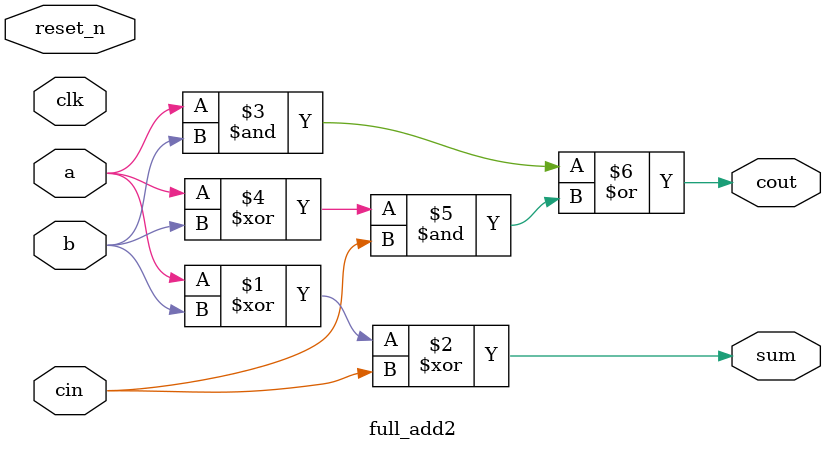
<source format=v>
module full_add2
(
	input a,     	//加数
	input b,		//被加数
	input cin,		//进位输入
    input clk,
    input reset_n,
	output sum,		//结果输出
	output cout		//进位输出
);
	assign sum = a^b^cin;
	assign cout = (a&b)|((a^b)&cin);
endmodule

</source>
